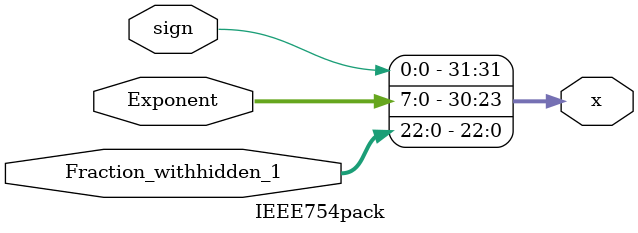
<source format=v>
module IEEE754pack(
    input sign ,
    input  [7:0] Exponent,
    input [23:0] Fraction_withhidden_1,
    output  [31:0] x 
);

assign x = {sign , Exponent , Fraction_withhidden_1[22:0] };

endmodule
</source>
